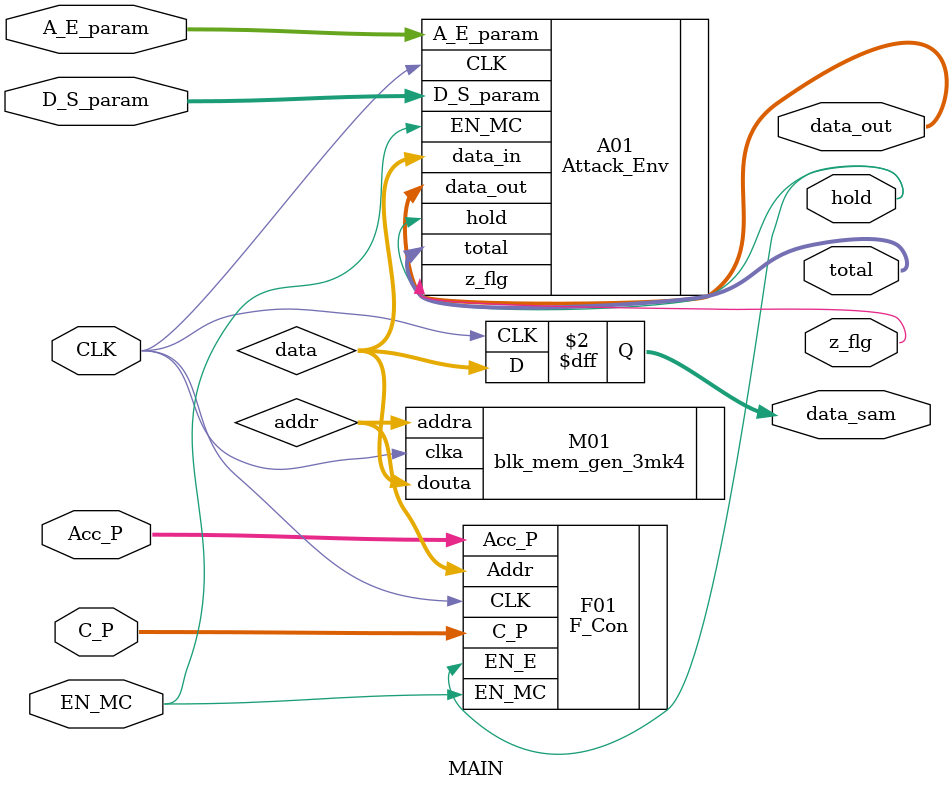
<source format=v>
`timescale 1ns / 1ps


module MAIN #(parameter WL=8,           //word length for paramters
                DL = 16)                // data width
                (input  [WL-1:0] Acc_P,      //accumulator top value fixed at 99-> max address
                input   [WL-1:0] C_P,         //F_Con counter param, higher value=lower frequency
                input   [WL-1:0] A_E_param,   //Attack envelope -> slope of envelope higher=lower slope
                input   [4:0] D_S_param,
                input   EN_MC, CLK,           // Main Enable
                
                output  reg signed [DL-1:0] data_sam,    // output for testing the output of the LUT
                output  signed [DL-1:0] data_out,
                output  z_flg,
                output  hold,
                output  [4:0] total);          
//      WIRES       //
wire [DL-1:0] data;
wire [WL-1:0] addr;
//      CONNECTIONS / INSTANTIATIONS        //
F_Con   F01     (.EN_MC(EN_MC),
                .EN_E(hold),
                .CLK(CLK),
                .Acc_P(Acc_P),
                .C_P(C_P),
                .Addr(addr));
                
blk_mem_gen_3mk4    M01     (.addra(addr),
                            .douta(data),
                            .clka(CLK));
                            
Attack_Env      A01 (   .CLK(CLK),
                        .data_in(data),
                        .A_E_param(A_E_param),
                        .D_S_param(D_S_param),
                        .EN_MC(EN_MC),
                        .data_out(data_out),
                        .total(total),
                        .z_flg(z_flg),
                        .hold(hold)
                        );

                       
always @(posedge CLK) begin
data_sam <= data;
end
endmodule

</source>
